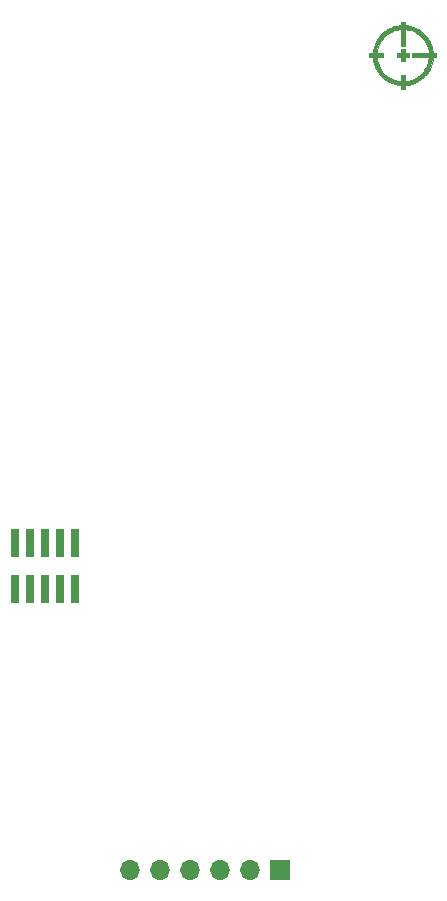
<source format=gbr>
G04 #@! TF.GenerationSoftware,KiCad,Pcbnew,(6.0.1-0)*
G04 #@! TF.CreationDate,2022-12-09T09:44:16-05:00*
G04 #@! TF.ProjectId,mobo,6d6f626f-2e6b-4696-9361-645f70636258,rev?*
G04 #@! TF.SameCoordinates,Original*
G04 #@! TF.FileFunction,Soldermask,Bot*
G04 #@! TF.FilePolarity,Negative*
%FSLAX46Y46*%
G04 Gerber Fmt 4.6, Leading zero omitted, Abs format (unit mm)*
G04 Created by KiCad (PCBNEW (6.0.1-0)) date 2022-12-09 09:44:16*
%MOMM*%
%LPD*%
G01*
G04 APERTURE LIST*
%ADD10C,0.010000*%
%ADD11R,1.700000X1.700000*%
%ADD12O,1.700000X1.700000*%
%ADD13R,0.740000X2.400000*%
G04 APERTURE END LIST*
D10*
X128127561Y-47707805D02*
X128123611Y-47887722D01*
X128123611Y-47887722D02*
X127943695Y-47891671D01*
X127943695Y-47891671D02*
X127763778Y-47895621D01*
X127763778Y-47895621D02*
X127763778Y-48218490D01*
X127763778Y-48218490D02*
X127943695Y-48222439D01*
X127943695Y-48222439D02*
X128123611Y-48226389D01*
X128123611Y-48226389D02*
X128127561Y-48406305D01*
X128127561Y-48406305D02*
X128131510Y-48586222D01*
X128131510Y-48586222D02*
X128454379Y-48586222D01*
X128454379Y-48586222D02*
X128458329Y-48406305D01*
X128458329Y-48406305D02*
X128462278Y-48226389D01*
X128462278Y-48226389D02*
X128642195Y-48222439D01*
X128642195Y-48222439D02*
X128822111Y-48218490D01*
X128822111Y-48218490D02*
X128822111Y-47895621D01*
X128822111Y-47895621D02*
X128642195Y-47891671D01*
X128642195Y-47891671D02*
X128462278Y-47887722D01*
X128462278Y-47887722D02*
X128458329Y-47707805D01*
X128458329Y-47707805D02*
X128454379Y-47527889D01*
X128454379Y-47527889D02*
X128131510Y-47527889D01*
X128131510Y-47527889D02*
X128127561Y-47707805D01*
X128127561Y-47707805D02*
X128127561Y-47707805D01*
G36*
X128458329Y-47707805D02*
G01*
X128462278Y-47887722D01*
X128642195Y-47891671D01*
X128822111Y-47895621D01*
X128822111Y-48218490D01*
X128642195Y-48222439D01*
X128462278Y-48226389D01*
X128458329Y-48406305D01*
X128454379Y-48586222D01*
X128131510Y-48586222D01*
X128127561Y-48406305D01*
X128123611Y-48226389D01*
X127943695Y-48222439D01*
X127763778Y-48218490D01*
X127763778Y-47895621D01*
X127943695Y-47891671D01*
X128123611Y-47887722D01*
X128127561Y-47707805D01*
X128131510Y-47527889D01*
X128454379Y-47527889D01*
X128458329Y-47707805D01*
G37*
X128458329Y-47707805D02*
X128462278Y-47887722D01*
X128642195Y-47891671D01*
X128822111Y-47895621D01*
X128822111Y-48218490D01*
X128642195Y-48222439D01*
X128462278Y-48226389D01*
X128458329Y-48406305D01*
X128454379Y-48586222D01*
X128131510Y-48586222D01*
X128127561Y-48406305D01*
X128123611Y-48226389D01*
X127943695Y-48222439D01*
X127763778Y-48218490D01*
X127763778Y-47895621D01*
X127943695Y-47891671D01*
X128123611Y-47887722D01*
X128127561Y-47707805D01*
X128131510Y-47527889D01*
X128454379Y-47527889D01*
X128458329Y-47707805D01*
X128130667Y-45506102D02*
X128036131Y-45515788D01*
X128036131Y-45515788D02*
X127777040Y-45556461D01*
X127777040Y-45556461D02*
X127521730Y-45625028D01*
X127521730Y-45625028D02*
X127270021Y-45721540D01*
X127270021Y-45721540D02*
X127149945Y-45778050D01*
X127149945Y-45778050D02*
X127007326Y-45853651D01*
X127007326Y-45853651D02*
X126880466Y-45931262D01*
X126880466Y-45931262D02*
X126762187Y-46016129D01*
X126762187Y-46016129D02*
X126645309Y-46113492D01*
X126645309Y-46113492D02*
X126522655Y-46228597D01*
X126522655Y-46228597D02*
X126493446Y-46257557D01*
X126493446Y-46257557D02*
X126373614Y-46382508D01*
X126373614Y-46382508D02*
X126272706Y-46500062D01*
X126272706Y-46500062D02*
X126185478Y-46617398D01*
X126185478Y-46617398D02*
X126106688Y-46741694D01*
X126106688Y-46741694D02*
X126031091Y-46880130D01*
X126031091Y-46880130D02*
X126013939Y-46914055D01*
X126013939Y-46914055D02*
X125903939Y-47164092D01*
X125903939Y-47164092D02*
X125821911Y-47417644D01*
X125821911Y-47417644D02*
X125767801Y-47674891D01*
X125767801Y-47674891D02*
X125751677Y-47800241D01*
X125751677Y-47800241D02*
X125741992Y-47894778D01*
X125741992Y-47894778D02*
X125449556Y-47894778D01*
X125449556Y-47894778D02*
X125449556Y-48219333D01*
X125449556Y-48219333D02*
X125742601Y-48219333D01*
X125742601Y-48219333D02*
X125752465Y-48314583D01*
X125752465Y-48314583D02*
X125792341Y-48571009D01*
X125792341Y-48571009D02*
X125858523Y-48821033D01*
X125858523Y-48821033D02*
X125951764Y-49067208D01*
X125951764Y-49067208D02*
X126013939Y-49200055D01*
X126013939Y-49200055D02*
X126089540Y-49342674D01*
X126089540Y-49342674D02*
X126167152Y-49469534D01*
X126167152Y-49469534D02*
X126252018Y-49587813D01*
X126252018Y-49587813D02*
X126349381Y-49704691D01*
X126349381Y-49704691D02*
X126464486Y-49827345D01*
X126464486Y-49827345D02*
X126493446Y-49856554D01*
X126493446Y-49856554D02*
X126618397Y-49976386D01*
X126618397Y-49976386D02*
X126735951Y-50077294D01*
X126735951Y-50077294D02*
X126853287Y-50164522D01*
X126853287Y-50164522D02*
X126977584Y-50243312D01*
X126977584Y-50243312D02*
X127116020Y-50318909D01*
X127116020Y-50318909D02*
X127149945Y-50336061D01*
X127149945Y-50336061D02*
X127399981Y-50446061D01*
X127399981Y-50446061D02*
X127653534Y-50528089D01*
X127653534Y-50528089D02*
X127910780Y-50582199D01*
X127910780Y-50582199D02*
X128036131Y-50598323D01*
X128036131Y-50598323D02*
X128130667Y-50608008D01*
X128130667Y-50608008D02*
X128130667Y-50900444D01*
X128130667Y-50900444D02*
X128455222Y-50900444D01*
X128455222Y-50900444D02*
X128455222Y-50608008D01*
X128455222Y-50608008D02*
X128549759Y-50598323D01*
X128549759Y-50598323D02*
X128808849Y-50557649D01*
X128808849Y-50557649D02*
X129064160Y-50489083D01*
X129064160Y-50489083D02*
X129315868Y-50392570D01*
X129315868Y-50392570D02*
X129435945Y-50336061D01*
X129435945Y-50336061D02*
X129578563Y-50260460D01*
X129578563Y-50260460D02*
X129705423Y-50182848D01*
X129705423Y-50182848D02*
X129823702Y-50097982D01*
X129823702Y-50097982D02*
X129940580Y-50000619D01*
X129940580Y-50000619D02*
X130063235Y-49885514D01*
X130063235Y-49885514D02*
X130092443Y-49856554D01*
X130092443Y-49856554D02*
X130212275Y-49731603D01*
X130212275Y-49731603D02*
X130313183Y-49614049D01*
X130313183Y-49614049D02*
X130400411Y-49496713D01*
X130400411Y-49496713D02*
X130479202Y-49372416D01*
X130479202Y-49372416D02*
X130554798Y-49233980D01*
X130554798Y-49233980D02*
X130571950Y-49200055D01*
X130571950Y-49200055D02*
X130681950Y-48950019D01*
X130681950Y-48950019D02*
X130763979Y-48696466D01*
X130763979Y-48696466D02*
X130818088Y-48439220D01*
X130818088Y-48439220D02*
X130834212Y-48313869D01*
X130834212Y-48313869D02*
X130843898Y-48219333D01*
X130843898Y-48219333D02*
X131136333Y-48219333D01*
X131136333Y-48219333D02*
X131136333Y-47894778D01*
X131136333Y-47894778D02*
X130843898Y-47894778D01*
X130843898Y-47894778D02*
X130505231Y-47894778D01*
X130505231Y-47894778D02*
X129090222Y-47894778D01*
X129090222Y-47894778D02*
X129090222Y-48219333D01*
X129090222Y-48219333D02*
X130505231Y-48219333D01*
X130505231Y-48219333D02*
X130495524Y-48314583D01*
X130495524Y-48314583D02*
X130459639Y-48534313D01*
X130459639Y-48534313D02*
X130397594Y-48754567D01*
X130397594Y-48754567D02*
X130311111Y-48971475D01*
X130311111Y-48971475D02*
X130201907Y-49181165D01*
X130201907Y-49181165D02*
X130071704Y-49379766D01*
X130071704Y-49379766D02*
X129959801Y-49520858D01*
X129959801Y-49520858D02*
X129806596Y-49678821D01*
X129806596Y-49678821D02*
X129631950Y-49823377D01*
X129631950Y-49823377D02*
X129440543Y-49951804D01*
X129440543Y-49951804D02*
X129237055Y-50061383D01*
X129237055Y-50061383D02*
X129026165Y-50149390D01*
X129026165Y-50149390D02*
X128812554Y-50213106D01*
X128812554Y-50213106D02*
X128743468Y-50228102D01*
X128743468Y-50228102D02*
X128670237Y-50242329D01*
X128670237Y-50242329D02*
X128617880Y-50251925D01*
X128617880Y-50251925D02*
X128579620Y-50257910D01*
X128579620Y-50257910D02*
X128548682Y-50261303D01*
X128548682Y-50261303D02*
X128518287Y-50263125D01*
X128518287Y-50263125D02*
X128508139Y-50263523D01*
X128508139Y-50263523D02*
X128455222Y-50265444D01*
X128455222Y-50265444D02*
X128455222Y-49771555D01*
X128455222Y-49771555D02*
X128130667Y-49771555D01*
X128130667Y-49771555D02*
X128130667Y-50269342D01*
X128130667Y-50269342D02*
X128035417Y-50259635D01*
X128035417Y-50259635D02*
X127816702Y-50223883D01*
X127816702Y-50223883D02*
X127597910Y-50162335D01*
X127597910Y-50162335D02*
X127383091Y-50077114D01*
X127383091Y-50077114D02*
X127176294Y-49970343D01*
X127176294Y-49970343D02*
X126981569Y-49844146D01*
X126981569Y-49844146D02*
X126802967Y-49700645D01*
X126802967Y-49700645D02*
X126644537Y-49541964D01*
X126644537Y-49541964D02*
X126626088Y-49520858D01*
X126626088Y-49520858D02*
X126481078Y-49333270D01*
X126481078Y-49333270D02*
X126355763Y-49131651D01*
X126355763Y-49131651D02*
X126251861Y-48919873D01*
X126251861Y-48919873D02*
X126171093Y-48701808D01*
X126171093Y-48701808D02*
X126115176Y-48481326D01*
X126115176Y-48481326D02*
X126090365Y-48314583D01*
X126090365Y-48314583D02*
X126080658Y-48219333D01*
X126080658Y-48219333D02*
X126578445Y-48219333D01*
X126578445Y-48219333D02*
X126578445Y-47894778D01*
X126578445Y-47894778D02*
X126080658Y-47894778D01*
X126080658Y-47894778D02*
X126090365Y-47799528D01*
X126090365Y-47799528D02*
X126126251Y-47579798D01*
X126126251Y-47579798D02*
X126188295Y-47359544D01*
X126188295Y-47359544D02*
X126274778Y-47142636D01*
X126274778Y-47142636D02*
X126383982Y-46932946D01*
X126383982Y-46932946D02*
X126514186Y-46734345D01*
X126514186Y-46734345D02*
X126626088Y-46593253D01*
X126626088Y-46593253D02*
X126781669Y-46432797D01*
X126781669Y-46432797D02*
X126957937Y-46287253D01*
X126957937Y-46287253D02*
X127150841Y-46158743D01*
X127150841Y-46158743D02*
X127356331Y-46049391D01*
X127356331Y-46049391D02*
X127570357Y-45961319D01*
X127570357Y-45961319D02*
X127788869Y-45896651D01*
X127788869Y-45896651D02*
X128007818Y-45857509D01*
X128007818Y-45857509D02*
X128035417Y-45854476D01*
X128035417Y-45854476D02*
X128130667Y-45844769D01*
X128130667Y-45844769D02*
X128130667Y-47259778D01*
X128130667Y-47259778D02*
X128455222Y-47259778D01*
X128455222Y-47259778D02*
X128455222Y-45844769D01*
X128455222Y-45844769D02*
X128550472Y-45854476D01*
X128550472Y-45854476D02*
X128769187Y-45890228D01*
X128769187Y-45890228D02*
X128987979Y-45951776D01*
X128987979Y-45951776D02*
X129202798Y-46036997D01*
X129202798Y-46036997D02*
X129409595Y-46143767D01*
X129409595Y-46143767D02*
X129604320Y-46269965D01*
X129604320Y-46269965D02*
X129782922Y-46413466D01*
X129782922Y-46413466D02*
X129941352Y-46572147D01*
X129941352Y-46572147D02*
X129959801Y-46593253D01*
X129959801Y-46593253D02*
X130104811Y-46780841D01*
X130104811Y-46780841D02*
X130230126Y-46982460D01*
X130230126Y-46982460D02*
X130334028Y-47194238D01*
X130334028Y-47194238D02*
X130414796Y-47412303D01*
X130414796Y-47412303D02*
X130470713Y-47632784D01*
X130470713Y-47632784D02*
X130495524Y-47799528D01*
X130495524Y-47799528D02*
X130505231Y-47894778D01*
X130505231Y-47894778D02*
X130843898Y-47894778D01*
X130843898Y-47894778D02*
X130834212Y-47800241D01*
X130834212Y-47800241D02*
X130793539Y-47541151D01*
X130793539Y-47541151D02*
X130724972Y-47285840D01*
X130724972Y-47285840D02*
X130628460Y-47034132D01*
X130628460Y-47034132D02*
X130571950Y-46914055D01*
X130571950Y-46914055D02*
X130496349Y-46771437D01*
X130496349Y-46771437D02*
X130418738Y-46644577D01*
X130418738Y-46644577D02*
X130333871Y-46526298D01*
X130333871Y-46526298D02*
X130236508Y-46409420D01*
X130236508Y-46409420D02*
X130121403Y-46286765D01*
X130121403Y-46286765D02*
X130092443Y-46257557D01*
X130092443Y-46257557D02*
X129967492Y-46137725D01*
X129967492Y-46137725D02*
X129849938Y-46036817D01*
X129849938Y-46036817D02*
X129732602Y-45949589D01*
X129732602Y-45949589D02*
X129608306Y-45870798D01*
X129608306Y-45870798D02*
X129469870Y-45795202D01*
X129469870Y-45795202D02*
X129435945Y-45778050D01*
X129435945Y-45778050D02*
X129185908Y-45668050D01*
X129185908Y-45668050D02*
X128932356Y-45586021D01*
X128932356Y-45586021D02*
X128675109Y-45531912D01*
X128675109Y-45531912D02*
X128549759Y-45515788D01*
X128549759Y-45515788D02*
X128455222Y-45506102D01*
X128455222Y-45506102D02*
X128455222Y-45213667D01*
X128455222Y-45213667D02*
X128130667Y-45213667D01*
X128130667Y-45213667D02*
X128130667Y-45506102D01*
X128130667Y-45506102D02*
X128130667Y-45506102D01*
G36*
X131136333Y-48219333D02*
G01*
X130843898Y-48219333D01*
X130834212Y-48313869D01*
X130818088Y-48439220D01*
X130763979Y-48696466D01*
X130681950Y-48950019D01*
X130571950Y-49200055D01*
X130554798Y-49233980D01*
X130479202Y-49372416D01*
X130400411Y-49496713D01*
X130313183Y-49614049D01*
X130212275Y-49731603D01*
X130092443Y-49856554D01*
X130063235Y-49885514D01*
X129940580Y-50000619D01*
X129823702Y-50097982D01*
X129705423Y-50182848D01*
X129578563Y-50260460D01*
X129435945Y-50336061D01*
X129315868Y-50392570D01*
X129064160Y-50489083D01*
X128808849Y-50557649D01*
X128549759Y-50598323D01*
X128455222Y-50608008D01*
X128455222Y-50900444D01*
X128130667Y-50900444D01*
X128130667Y-50608008D01*
X128036131Y-50598323D01*
X127910780Y-50582199D01*
X127653534Y-50528089D01*
X127399981Y-50446061D01*
X127149945Y-50336061D01*
X127116020Y-50318909D01*
X126977584Y-50243312D01*
X126853287Y-50164522D01*
X126735951Y-50077294D01*
X126618397Y-49976386D01*
X126493446Y-49856554D01*
X126464486Y-49827345D01*
X126349381Y-49704691D01*
X126252018Y-49587813D01*
X126167152Y-49469534D01*
X126089540Y-49342674D01*
X126013939Y-49200055D01*
X125951764Y-49067208D01*
X125858523Y-48821033D01*
X125792341Y-48571009D01*
X125752465Y-48314583D01*
X125742601Y-48219333D01*
X126080658Y-48219333D01*
X126090365Y-48314583D01*
X126115176Y-48481326D01*
X126171093Y-48701808D01*
X126251861Y-48919873D01*
X126355763Y-49131651D01*
X126481078Y-49333270D01*
X126626088Y-49520858D01*
X126644537Y-49541964D01*
X126802967Y-49700645D01*
X126981569Y-49844146D01*
X127176294Y-49970343D01*
X127383091Y-50077114D01*
X127597910Y-50162335D01*
X127816702Y-50223883D01*
X128035417Y-50259635D01*
X128130667Y-50269342D01*
X128130667Y-49771555D01*
X128455222Y-49771555D01*
X128455222Y-50265444D01*
X128508139Y-50263523D01*
X128518287Y-50263125D01*
X128548682Y-50261303D01*
X128579620Y-50257910D01*
X128617880Y-50251925D01*
X128670237Y-50242329D01*
X128743468Y-50228102D01*
X128812554Y-50213106D01*
X129026165Y-50149390D01*
X129237055Y-50061383D01*
X129440543Y-49951804D01*
X129631950Y-49823377D01*
X129806596Y-49678821D01*
X129959801Y-49520858D01*
X130071704Y-49379766D01*
X130201907Y-49181165D01*
X130311111Y-48971475D01*
X130397594Y-48754567D01*
X130459639Y-48534313D01*
X130495524Y-48314583D01*
X130505231Y-48219333D01*
X129090222Y-48219333D01*
X129090222Y-47894778D01*
X130505231Y-47894778D01*
X130495524Y-47799528D01*
X130470713Y-47632784D01*
X130414796Y-47412303D01*
X130334028Y-47194238D01*
X130230126Y-46982460D01*
X130104811Y-46780841D01*
X129959801Y-46593253D01*
X129941352Y-46572147D01*
X129782922Y-46413466D01*
X129604320Y-46269965D01*
X129409595Y-46143767D01*
X129202798Y-46036997D01*
X128987979Y-45951776D01*
X128769187Y-45890228D01*
X128550472Y-45854476D01*
X128455222Y-45844769D01*
X128455222Y-47259778D01*
X128130667Y-47259778D01*
X128130667Y-45844769D01*
X128035417Y-45854476D01*
X128007818Y-45857509D01*
X127788869Y-45896651D01*
X127570357Y-45961319D01*
X127356331Y-46049391D01*
X127150841Y-46158743D01*
X126957937Y-46287253D01*
X126781669Y-46432797D01*
X126626088Y-46593253D01*
X126514186Y-46734345D01*
X126383982Y-46932946D01*
X126274778Y-47142636D01*
X126188295Y-47359544D01*
X126126251Y-47579798D01*
X126090365Y-47799528D01*
X126080658Y-47894778D01*
X126578445Y-47894778D01*
X126578445Y-48219333D01*
X126080658Y-48219333D01*
X125742601Y-48219333D01*
X125449556Y-48219333D01*
X125449556Y-47894778D01*
X125741992Y-47894778D01*
X125751677Y-47800241D01*
X125767801Y-47674891D01*
X125821911Y-47417644D01*
X125903939Y-47164092D01*
X126013939Y-46914055D01*
X126031091Y-46880130D01*
X126106688Y-46741694D01*
X126185478Y-46617398D01*
X126272706Y-46500062D01*
X126373614Y-46382508D01*
X126493446Y-46257557D01*
X126522655Y-46228597D01*
X126645309Y-46113492D01*
X126762187Y-46016129D01*
X126880466Y-45931262D01*
X127007326Y-45853651D01*
X127149945Y-45778050D01*
X127270021Y-45721540D01*
X127521730Y-45625028D01*
X127777040Y-45556461D01*
X128036131Y-45515788D01*
X128130667Y-45506102D01*
X128130667Y-45213667D01*
X128455222Y-45213667D01*
X128455222Y-45506102D01*
X128549759Y-45515788D01*
X128675109Y-45531912D01*
X128932356Y-45586021D01*
X129185908Y-45668050D01*
X129435945Y-45778050D01*
X129469870Y-45795202D01*
X129608306Y-45870798D01*
X129732602Y-45949589D01*
X129849938Y-46036817D01*
X129967492Y-46137725D01*
X130092443Y-46257557D01*
X130121403Y-46286765D01*
X130236508Y-46409420D01*
X130333871Y-46526298D01*
X130418738Y-46644577D01*
X130496349Y-46771437D01*
X130571950Y-46914055D01*
X130628460Y-47034132D01*
X130724972Y-47285840D01*
X130793539Y-47541151D01*
X130834212Y-47800241D01*
X130843898Y-47894778D01*
X131136333Y-47894778D01*
X131136333Y-48219333D01*
G37*
X131136333Y-48219333D02*
X130843898Y-48219333D01*
X130834212Y-48313869D01*
X130818088Y-48439220D01*
X130763979Y-48696466D01*
X130681950Y-48950019D01*
X130571950Y-49200055D01*
X130554798Y-49233980D01*
X130479202Y-49372416D01*
X130400411Y-49496713D01*
X130313183Y-49614049D01*
X130212275Y-49731603D01*
X130092443Y-49856554D01*
X130063235Y-49885514D01*
X129940580Y-50000619D01*
X129823702Y-50097982D01*
X129705423Y-50182848D01*
X129578563Y-50260460D01*
X129435945Y-50336061D01*
X129315868Y-50392570D01*
X129064160Y-50489083D01*
X128808849Y-50557649D01*
X128549759Y-50598323D01*
X128455222Y-50608008D01*
X128455222Y-50900444D01*
X128130667Y-50900444D01*
X128130667Y-50608008D01*
X128036131Y-50598323D01*
X127910780Y-50582199D01*
X127653534Y-50528089D01*
X127399981Y-50446061D01*
X127149945Y-50336061D01*
X127116020Y-50318909D01*
X126977584Y-50243312D01*
X126853287Y-50164522D01*
X126735951Y-50077294D01*
X126618397Y-49976386D01*
X126493446Y-49856554D01*
X126464486Y-49827345D01*
X126349381Y-49704691D01*
X126252018Y-49587813D01*
X126167152Y-49469534D01*
X126089540Y-49342674D01*
X126013939Y-49200055D01*
X125951764Y-49067208D01*
X125858523Y-48821033D01*
X125792341Y-48571009D01*
X125752465Y-48314583D01*
X125742601Y-48219333D01*
X126080658Y-48219333D01*
X126090365Y-48314583D01*
X126115176Y-48481326D01*
X126171093Y-48701808D01*
X126251861Y-48919873D01*
X126355763Y-49131651D01*
X126481078Y-49333270D01*
X126626088Y-49520858D01*
X126644537Y-49541964D01*
X126802967Y-49700645D01*
X126981569Y-49844146D01*
X127176294Y-49970343D01*
X127383091Y-50077114D01*
X127597910Y-50162335D01*
X127816702Y-50223883D01*
X128035417Y-50259635D01*
X128130667Y-50269342D01*
X128130667Y-49771555D01*
X128455222Y-49771555D01*
X128455222Y-50265444D01*
X128508139Y-50263523D01*
X128518287Y-50263125D01*
X128548682Y-50261303D01*
X128579620Y-50257910D01*
X128617880Y-50251925D01*
X128670237Y-50242329D01*
X128743468Y-50228102D01*
X128812554Y-50213106D01*
X129026165Y-50149390D01*
X129237055Y-50061383D01*
X129440543Y-49951804D01*
X129631950Y-49823377D01*
X129806596Y-49678821D01*
X129959801Y-49520858D01*
X130071704Y-49379766D01*
X130201907Y-49181165D01*
X130311111Y-48971475D01*
X130397594Y-48754567D01*
X130459639Y-48534313D01*
X130495524Y-48314583D01*
X130505231Y-48219333D01*
X129090222Y-48219333D01*
X129090222Y-47894778D01*
X130505231Y-47894778D01*
X130495524Y-47799528D01*
X130470713Y-47632784D01*
X130414796Y-47412303D01*
X130334028Y-47194238D01*
X130230126Y-46982460D01*
X130104811Y-46780841D01*
X129959801Y-46593253D01*
X129941352Y-46572147D01*
X129782922Y-46413466D01*
X129604320Y-46269965D01*
X129409595Y-46143767D01*
X129202798Y-46036997D01*
X128987979Y-45951776D01*
X128769187Y-45890228D01*
X128550472Y-45854476D01*
X128455222Y-45844769D01*
X128455222Y-47259778D01*
X128130667Y-47259778D01*
X128130667Y-45844769D01*
X128035417Y-45854476D01*
X128007818Y-45857509D01*
X127788869Y-45896651D01*
X127570357Y-45961319D01*
X127356331Y-46049391D01*
X127150841Y-46158743D01*
X126957937Y-46287253D01*
X126781669Y-46432797D01*
X126626088Y-46593253D01*
X126514186Y-46734345D01*
X126383982Y-46932946D01*
X126274778Y-47142636D01*
X126188295Y-47359544D01*
X126126251Y-47579798D01*
X126090365Y-47799528D01*
X126080658Y-47894778D01*
X126578445Y-47894778D01*
X126578445Y-48219333D01*
X126080658Y-48219333D01*
X125742601Y-48219333D01*
X125449556Y-48219333D01*
X125449556Y-47894778D01*
X125741992Y-47894778D01*
X125751677Y-47800241D01*
X125767801Y-47674891D01*
X125821911Y-47417644D01*
X125903939Y-47164092D01*
X126013939Y-46914055D01*
X126031091Y-46880130D01*
X126106688Y-46741694D01*
X126185478Y-46617398D01*
X126272706Y-46500062D01*
X126373614Y-46382508D01*
X126493446Y-46257557D01*
X126522655Y-46228597D01*
X126645309Y-46113492D01*
X126762187Y-46016129D01*
X126880466Y-45931262D01*
X127007326Y-45853651D01*
X127149945Y-45778050D01*
X127270021Y-45721540D01*
X127521730Y-45625028D01*
X127777040Y-45556461D01*
X128036131Y-45515788D01*
X128130667Y-45506102D01*
X128130667Y-45213667D01*
X128455222Y-45213667D01*
X128455222Y-45506102D01*
X128549759Y-45515788D01*
X128675109Y-45531912D01*
X128932356Y-45586021D01*
X129185908Y-45668050D01*
X129435945Y-45778050D01*
X129469870Y-45795202D01*
X129608306Y-45870798D01*
X129732602Y-45949589D01*
X129849938Y-46036817D01*
X129967492Y-46137725D01*
X130092443Y-46257557D01*
X130121403Y-46286765D01*
X130236508Y-46409420D01*
X130333871Y-46526298D01*
X130418738Y-46644577D01*
X130496349Y-46771437D01*
X130571950Y-46914055D01*
X130628460Y-47034132D01*
X130724972Y-47285840D01*
X130793539Y-47541151D01*
X130834212Y-47800241D01*
X130843898Y-47894778D01*
X131136333Y-47894778D01*
X131136333Y-48219333D01*
D11*
X117900000Y-117000000D03*
D12*
X115360000Y-117000000D03*
X112820000Y-117000000D03*
X110280000Y-117000000D03*
X107740000Y-117000000D03*
X105200000Y-117000000D03*
D13*
X95460000Y-89350000D03*
X95460000Y-93250000D03*
X96730000Y-89350000D03*
X96730000Y-93250000D03*
X98000000Y-89350000D03*
X98000000Y-93250000D03*
X99270000Y-89350000D03*
X99270000Y-93250000D03*
X100540000Y-89350000D03*
X100540000Y-93250000D03*
M02*

</source>
